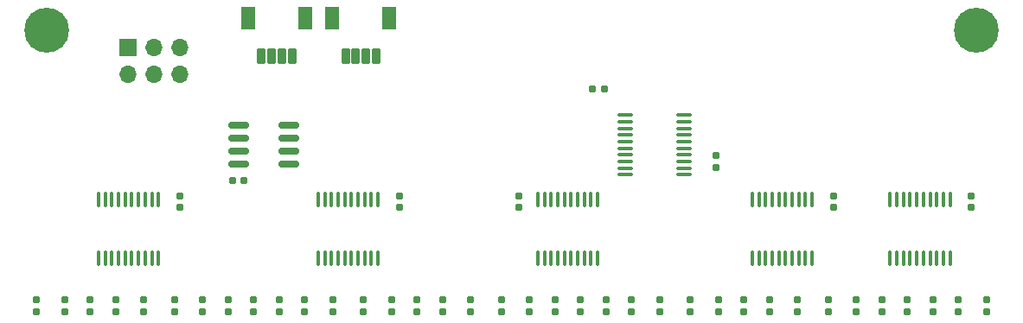
<source format=gbr>
%TF.GenerationSoftware,KiCad,Pcbnew,7.0.5-7.0.5~ubuntu20.04.1*%
%TF.CreationDate,2023-07-06T19:43:48+02:00*%
%TF.ProjectId,sao_keyboard,73616f5f-6b65-4796-926f-6172642e6b69,rev?*%
%TF.SameCoordinates,Original*%
%TF.FileFunction,Soldermask,Bot*%
%TF.FilePolarity,Negative*%
%FSLAX46Y46*%
G04 Gerber Fmt 4.6, Leading zero omitted, Abs format (unit mm)*
G04 Created by KiCad (PCBNEW 7.0.5-7.0.5~ubuntu20.04.1) date 2023-07-06 19:43:48*
%MOMM*%
%LPD*%
G01*
G04 APERTURE LIST*
G04 Aperture macros list*
%AMRoundRect*
0 Rectangle with rounded corners*
0 $1 Rounding radius*
0 $2 $3 $4 $5 $6 $7 $8 $9 X,Y pos of 4 corners*
0 Add a 4 corners polygon primitive as box body*
4,1,4,$2,$3,$4,$5,$6,$7,$8,$9,$2,$3,0*
0 Add four circle primitives for the rounded corners*
1,1,$1+$1,$2,$3*
1,1,$1+$1,$4,$5*
1,1,$1+$1,$6,$7*
1,1,$1+$1,$8,$9*
0 Add four rect primitives between the rounded corners*
20,1,$1+$1,$2,$3,$4,$5,0*
20,1,$1+$1,$4,$5,$6,$7,0*
20,1,$1+$1,$6,$7,$8,$9,0*
20,1,$1+$1,$8,$9,$2,$3,0*%
G04 Aperture macros list end*
%ADD10R,1.700000X1.700000*%
%ADD11O,1.700000X1.700000*%
%ADD12C,0.700000*%
%ADD13C,4.400000*%
%ADD14RoundRect,0.160000X0.160000X-0.197500X0.160000X0.197500X-0.160000X0.197500X-0.160000X-0.197500X0*%
%ADD15RoundRect,0.100000X0.100000X-0.637500X0.100000X0.637500X-0.100000X0.637500X-0.100000X-0.637500X0*%
%ADD16RoundRect,0.160000X0.197500X0.160000X-0.197500X0.160000X-0.197500X-0.160000X0.197500X-0.160000X0*%
%ADD17RoundRect,0.155000X-0.155000X0.212500X-0.155000X-0.212500X0.155000X-0.212500X0.155000X0.212500X0*%
%ADD18RoundRect,0.101600X-0.299720X-0.674370X0.299720X-0.674370X0.299720X0.674370X-0.299720X0.674370X0*%
%ADD19RoundRect,0.101600X-0.599440X-0.999490X0.599440X-0.999490X0.599440X0.999490X-0.599440X0.999490X0*%
%ADD20RoundRect,0.155000X-0.212500X-0.155000X0.212500X-0.155000X0.212500X0.155000X-0.212500X0.155000X0*%
%ADD21RoundRect,0.150000X0.825000X0.150000X-0.825000X0.150000X-0.825000X-0.150000X0.825000X-0.150000X0*%
%ADD22RoundRect,0.100000X0.637500X0.100000X-0.637500X0.100000X-0.637500X-0.100000X0.637500X-0.100000X0*%
G04 APERTURE END LIST*
D10*
%TO.C,J6*%
X102710000Y-70980000D03*
D11*
X102710000Y-73535000D03*
X105250000Y-70980000D03*
X105250000Y-73535000D03*
X107790000Y-70980000D03*
X107790000Y-73535000D03*
%TD*%
D12*
%TO.C,H2*%
X93100000Y-69250000D03*
X93583274Y-68083274D03*
X93583274Y-70416726D03*
X94750000Y-67600000D03*
D13*
X94750000Y-69250000D03*
D12*
X94750000Y-70900000D03*
X95916726Y-68083274D03*
X95916726Y-70416726D03*
X96400000Y-69250000D03*
%TD*%
%TO.C,H1*%
X184100000Y-69250000D03*
X184583274Y-68083274D03*
X184583274Y-70416726D03*
X185750000Y-67600000D03*
D13*
X185750000Y-69250000D03*
D12*
X185750000Y-70900000D03*
X186916726Y-68083274D03*
X186916726Y-70416726D03*
X187400000Y-69250000D03*
%TD*%
D14*
%TO.C,R17*%
X136250000Y-96847500D03*
X136250000Y-95652500D03*
%TD*%
%TO.C,R27*%
X163000000Y-96847500D03*
X163000000Y-95652500D03*
%TD*%
%TO.C,R21*%
X147000000Y-96847500D03*
X147000000Y-95652500D03*
%TD*%
%TO.C,R14*%
X128500000Y-96847500D03*
X128500000Y-95652500D03*
%TD*%
D15*
%TO.C,U4*%
X169675000Y-91612500D03*
X169025000Y-91612500D03*
X168375000Y-91612500D03*
X167725000Y-91612500D03*
X167075000Y-91612500D03*
X166425000Y-91612500D03*
X165775000Y-91612500D03*
X165125000Y-91612500D03*
X164475000Y-91612500D03*
X163825000Y-91612500D03*
X163825000Y-85887500D03*
X164475000Y-85887500D03*
X165125000Y-85887500D03*
X165775000Y-85887500D03*
X166425000Y-85887500D03*
X167075000Y-85887500D03*
X167725000Y-85887500D03*
X168375000Y-85887500D03*
X169025000Y-85887500D03*
X169675000Y-85887500D03*
%TD*%
D16*
%TO.C,R37*%
X149347500Y-75000000D03*
X148152500Y-75000000D03*
%TD*%
D14*
%TO.C,R5*%
X104250000Y-96847500D03*
X104250000Y-95652500D03*
%TD*%
%TO.C,R22*%
X149500000Y-96847500D03*
X149500000Y-95652500D03*
%TD*%
%TO.C,R2*%
X96500000Y-96847500D03*
X96500000Y-95652500D03*
%TD*%
%TO.C,R34*%
X181500000Y-96847500D03*
X181500000Y-95652500D03*
%TD*%
D17*
%TO.C,C1*%
X160250000Y-81557500D03*
X160250000Y-82692500D03*
%TD*%
D14*
%TO.C,R35*%
X184000000Y-96847500D03*
X184000000Y-95652500D03*
%TD*%
%TO.C,R18*%
X139250000Y-96847500D03*
X139250000Y-95652500D03*
%TD*%
%TO.C,R24*%
X154750000Y-96847500D03*
X154750000Y-95652500D03*
%TD*%
%TO.C,R9*%
X115000000Y-96847500D03*
X115000000Y-95652500D03*
%TD*%
%TO.C,R25*%
X157750000Y-96847500D03*
X157750000Y-95652500D03*
%TD*%
D17*
%TO.C,C3*%
X129250000Y-85507500D03*
X129250000Y-86642500D03*
%TD*%
%TO.C,C4*%
X171750000Y-85482500D03*
X171750000Y-86617500D03*
%TD*%
D18*
%TO.C,J5*%
X124001400Y-71776285D03*
X125002160Y-71776285D03*
X125997840Y-71776285D03*
X126998600Y-71776285D03*
D19*
X122700920Y-68103445D03*
X128299080Y-68103445D03*
%TD*%
D14*
%TO.C,R16*%
X133500000Y-96847500D03*
X133500000Y-95652500D03*
%TD*%
D15*
%TO.C,U5*%
X183175000Y-91612500D03*
X182525000Y-91612500D03*
X181875000Y-91612500D03*
X181225000Y-91612500D03*
X180575000Y-91612500D03*
X179925000Y-91612500D03*
X179275000Y-91612500D03*
X178625000Y-91612500D03*
X177975000Y-91612500D03*
X177325000Y-91612500D03*
X177325000Y-85887500D03*
X177975000Y-85887500D03*
X178625000Y-85887500D03*
X179275000Y-85887500D03*
X179925000Y-85887500D03*
X180575000Y-85887500D03*
X181225000Y-85887500D03*
X181875000Y-85887500D03*
X182525000Y-85887500D03*
X183175000Y-85887500D03*
%TD*%
D14*
%TO.C,R29*%
X168250000Y-96847500D03*
X168250000Y-95652500D03*
%TD*%
%TO.C,R28*%
X165500000Y-96847500D03*
X165500000Y-95652500D03*
%TD*%
%TO.C,R26*%
X160500000Y-96847500D03*
X160500000Y-95652500D03*
%TD*%
D20*
%TO.C,C7*%
X112932500Y-84000000D03*
X114067500Y-84000000D03*
%TD*%
D14*
%TO.C,R10*%
X117500000Y-96847500D03*
X117500000Y-95652500D03*
%TD*%
%TO.C,R23*%
X152000000Y-96847500D03*
X152000000Y-95652500D03*
%TD*%
%TO.C,R32*%
X176500000Y-96847500D03*
X176500000Y-95652500D03*
%TD*%
%TO.C,R1*%
X93750000Y-96847500D03*
X93750000Y-95652500D03*
%TD*%
D18*
%TO.C,J4*%
X115751400Y-71776285D03*
X116752160Y-71776285D03*
X117747840Y-71776285D03*
X118748600Y-71776285D03*
D19*
X114450920Y-68103445D03*
X120049080Y-68103445D03*
%TD*%
D15*
%TO.C,U1*%
X105675000Y-91612500D03*
X105025000Y-91612500D03*
X104375000Y-91612500D03*
X103725000Y-91612500D03*
X103075000Y-91612500D03*
X102425000Y-91612500D03*
X101775000Y-91612500D03*
X101125000Y-91612500D03*
X100475000Y-91612500D03*
X99825000Y-91612500D03*
X99825000Y-85887500D03*
X100475000Y-85887500D03*
X101125000Y-85887500D03*
X101775000Y-85887500D03*
X102425000Y-85887500D03*
X103075000Y-85887500D03*
X103725000Y-85887500D03*
X104375000Y-85887500D03*
X105025000Y-85887500D03*
X105675000Y-85887500D03*
%TD*%
D14*
%TO.C,R8*%
X112500000Y-96847500D03*
X112500000Y-95652500D03*
%TD*%
%TO.C,R12*%
X122750000Y-96847500D03*
X122750000Y-95652500D03*
%TD*%
%TO.C,R30*%
X171250000Y-96847500D03*
X171250000Y-95652500D03*
%TD*%
%TO.C,R6*%
X107250000Y-96847500D03*
X107250000Y-95652500D03*
%TD*%
%TO.C,R7*%
X110000000Y-96847500D03*
X110000000Y-95652500D03*
%TD*%
%TO.C,R15*%
X131000000Y-96847500D03*
X131000000Y-95652500D03*
%TD*%
D21*
%TO.C,U7*%
X118475000Y-78595000D03*
X118475000Y-79865000D03*
X118475000Y-81135000D03*
X118475000Y-82405000D03*
X113525000Y-82405000D03*
X113525000Y-81135000D03*
X113525000Y-79865000D03*
X113525000Y-78595000D03*
%TD*%
D14*
%TO.C,R20*%
X144500000Y-96847500D03*
X144500000Y-95652500D03*
%TD*%
D17*
%TO.C,C2*%
X107750000Y-85507500D03*
X107750000Y-86642500D03*
%TD*%
D22*
%TO.C,U6*%
X157112500Y-77575000D03*
X157112500Y-78225000D03*
X157112500Y-78875000D03*
X157112500Y-79525000D03*
X157112500Y-80175000D03*
X157112500Y-80825000D03*
X157112500Y-81475000D03*
X157112500Y-82125000D03*
X157112500Y-82775000D03*
X157112500Y-83425000D03*
X151387500Y-83425000D03*
X151387500Y-82775000D03*
X151387500Y-82125000D03*
X151387500Y-81475000D03*
X151387500Y-80825000D03*
X151387500Y-80175000D03*
X151387500Y-79525000D03*
X151387500Y-78875000D03*
X151387500Y-78225000D03*
X151387500Y-77575000D03*
%TD*%
D14*
%TO.C,R13*%
X125750000Y-96847500D03*
X125750000Y-95652500D03*
%TD*%
%TO.C,R31*%
X174000000Y-96847500D03*
X174000000Y-95652500D03*
%TD*%
%TO.C,R36*%
X186750000Y-96847500D03*
X186750000Y-95652500D03*
%TD*%
%TO.C,R11*%
X120000000Y-96847500D03*
X120000000Y-95652500D03*
%TD*%
%TO.C,R33*%
X179000000Y-96847500D03*
X179000000Y-95652500D03*
%TD*%
%TO.C,R19*%
X142000000Y-96847500D03*
X142000000Y-95652500D03*
%TD*%
D15*
%TO.C,U3*%
X148675000Y-91612500D03*
X148025000Y-91612500D03*
X147375000Y-91612500D03*
X146725000Y-91612500D03*
X146075000Y-91612500D03*
X145425000Y-91612500D03*
X144775000Y-91612500D03*
X144125000Y-91612500D03*
X143475000Y-91612500D03*
X142825000Y-91612500D03*
X142825000Y-85887500D03*
X143475000Y-85887500D03*
X144125000Y-85887500D03*
X144775000Y-85887500D03*
X145425000Y-85887500D03*
X146075000Y-85887500D03*
X146725000Y-85887500D03*
X147375000Y-85887500D03*
X148025000Y-85887500D03*
X148675000Y-85887500D03*
%TD*%
D14*
%TO.C,R3*%
X99000000Y-96847500D03*
X99000000Y-95652500D03*
%TD*%
D15*
%TO.C,U2*%
X127175000Y-91612500D03*
X126525000Y-91612500D03*
X125875000Y-91612500D03*
X125225000Y-91612500D03*
X124575000Y-91612500D03*
X123925000Y-91612500D03*
X123275000Y-91612500D03*
X122625000Y-91612500D03*
X121975000Y-91612500D03*
X121325000Y-91612500D03*
X121325000Y-85887500D03*
X121975000Y-85887500D03*
X122625000Y-85887500D03*
X123275000Y-85887500D03*
X123925000Y-85887500D03*
X124575000Y-85887500D03*
X125225000Y-85887500D03*
X125875000Y-85887500D03*
X126525000Y-85887500D03*
X127175000Y-85887500D03*
%TD*%
D14*
%TO.C,R4*%
X101500000Y-96847500D03*
X101500000Y-95652500D03*
%TD*%
D17*
%TO.C,C5*%
X185250000Y-85507500D03*
X185250000Y-86642500D03*
%TD*%
%TO.C,C6*%
X141000000Y-85507500D03*
X141000000Y-86642500D03*
%TD*%
M02*

</source>
